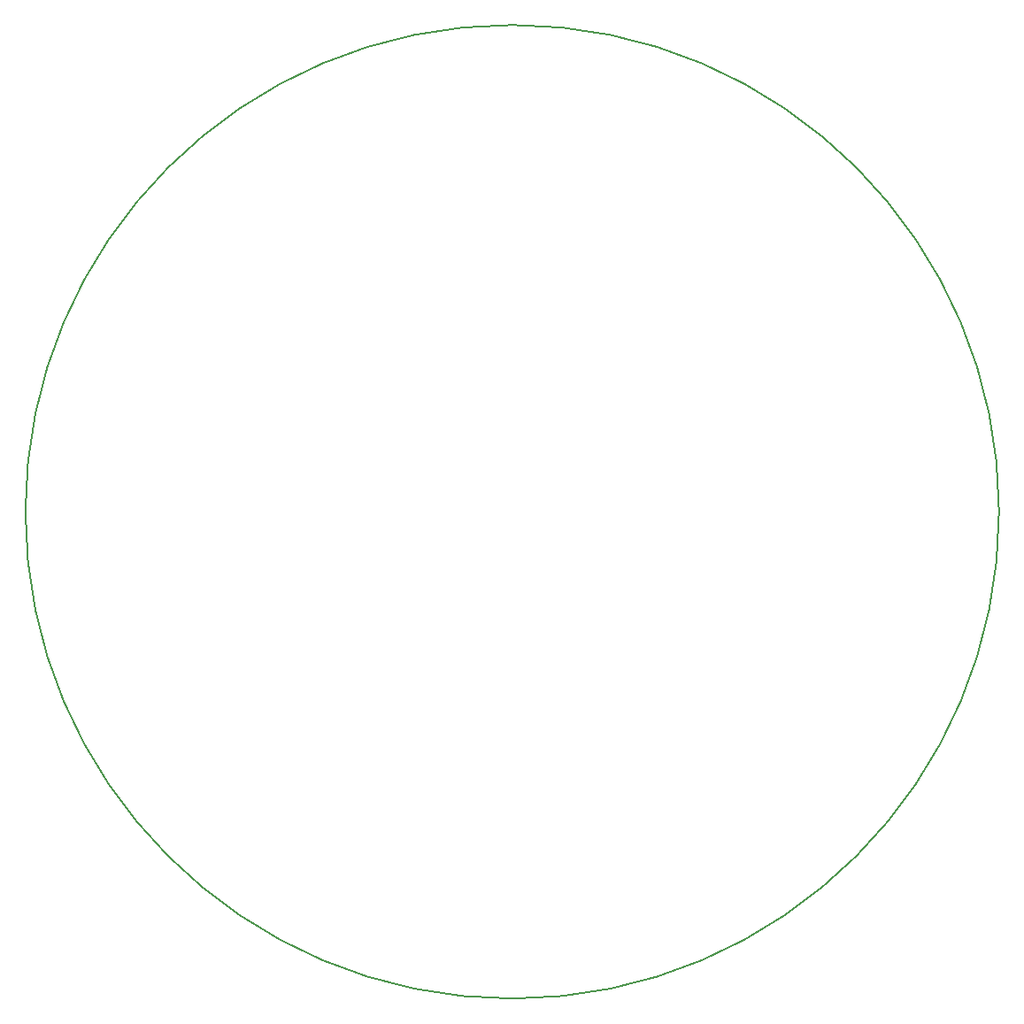
<source format=gbr>
G04 #@! TF.GenerationSoftware,KiCad,Pcbnew,(5.0.2)-1*
G04 #@! TF.CreationDate,2019-06-21T17:07:53-07:00*
G04 #@! TF.ProjectId,slip_ring,736c6970-5f72-4696-9e67-2e6b69636164,rev?*
G04 #@! TF.SameCoordinates,Original*
G04 #@! TF.FileFunction,Profile,NP*
%FSLAX46Y46*%
G04 Gerber Fmt 4.6, Leading zero omitted, Abs format (unit mm)*
G04 Created by KiCad (PCBNEW (5.0.2)-1) date 6/21/2019 5:07:53 PM*
%MOMM*%
%LPD*%
G01*
G04 APERTURE LIST*
%ADD10C,0.200000*%
G04 APERTURE END LIST*
D10*
X46567156Y-45000000D02*
G75*
G03X46567156Y-45000000I-46567156J0D01*
G01*
M02*

</source>
